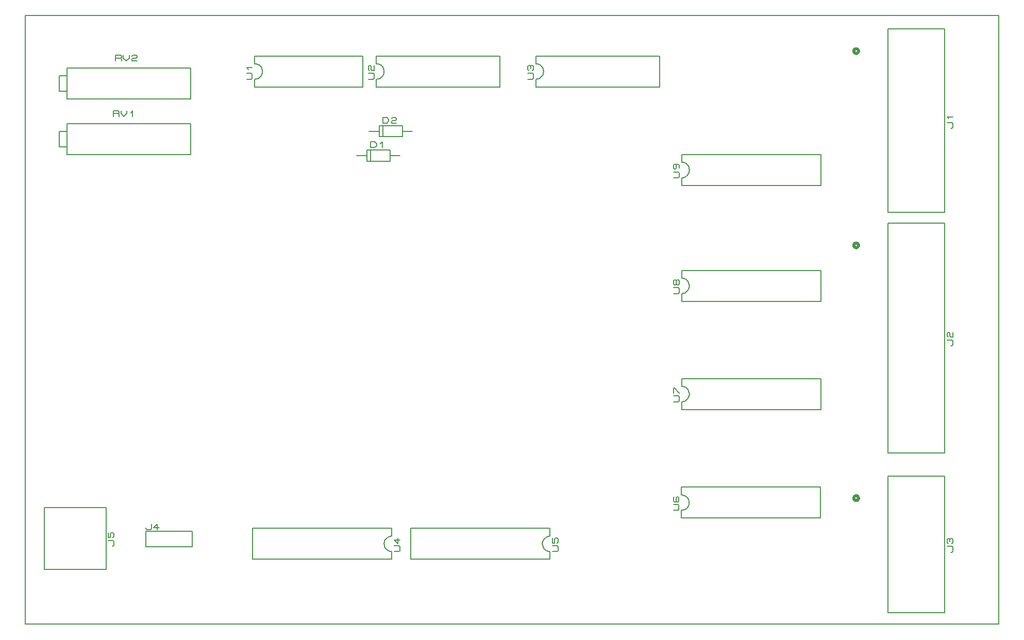
<source format=gbr>
G04 PROTEUS GERBER X2 FILE*
%TF.GenerationSoftware,Labcenter,Proteus,8.13-SP0-Build31525*%
%TF.CreationDate,2024-05-27T21:02:12+00:00*%
%TF.FileFunction,Legend,Top*%
%TF.FilePolarity,Positive*%
%TF.Part,Single*%
%TF.SameCoordinates,{0b308d22-9aa3-4b5f-a824-e55e50807f99}*%
%FSLAX45Y45*%
%MOMM*%
G01*
%TA.AperFunction,Profile*%
%ADD23C,0.203200*%
%TA.AperFunction,Material*%
%ADD25C,0.203200*%
%ADD26C,0.508000*%
%ADD27C,0.152400*%
%TD.AperFunction*%
D23*
X-8000000Y-5000000D02*
X+8000000Y-5000000D01*
X+8000000Y+5000000D01*
X-8000000Y+5000000D01*
X-8000000Y-5000000D01*
D25*
X-1973000Y-3427000D02*
X-1973000Y-3554000D01*
X-2100000Y-3681000D02*
X-2097564Y-3706876D01*
X-2090515Y-3730848D01*
X-2079238Y-3752438D01*
X-2064122Y-3771170D01*
X-2045554Y-3786569D01*
X-2023919Y-3798158D01*
X-1999606Y-3805460D01*
X-1973000Y-3808000D01*
X-2100000Y-3681000D02*
X-2097564Y-3654394D01*
X-2090515Y-3630081D01*
X-2079238Y-3608446D01*
X-2064122Y-3589878D01*
X-2045554Y-3574762D01*
X-2023919Y-3563485D01*
X-1999606Y-3556436D01*
X-1973000Y-3554000D01*
X-1973000Y-3808000D02*
X-1973000Y-3935000D01*
X-4259000Y-3427000D02*
X-4259000Y-3935000D01*
X-1973000Y-3427000D02*
X-4259000Y-3427000D01*
X-4259000Y-3935000D02*
X-1973000Y-3935000D01*
X-1932360Y-3808000D02*
X-1856160Y-3808000D01*
X-1840920Y-3792125D01*
X-1840920Y-3728625D01*
X-1856160Y-3712750D01*
X-1932360Y-3712750D01*
X-1871400Y-3585750D02*
X-1871400Y-3681000D01*
X-1932360Y-3617500D01*
X-1840920Y-3617500D01*
X+627000Y-3427000D02*
X+627000Y-3554000D01*
X+500000Y-3681000D02*
X+502436Y-3706876D01*
X+509485Y-3730848D01*
X+520762Y-3752438D01*
X+535878Y-3771170D01*
X+554446Y-3786569D01*
X+576081Y-3798158D01*
X+600394Y-3805460D01*
X+627000Y-3808000D01*
X+500000Y-3681000D02*
X+502436Y-3654394D01*
X+509485Y-3630081D01*
X+520762Y-3608446D01*
X+535878Y-3589878D01*
X+554446Y-3574762D01*
X+576081Y-3563485D01*
X+600394Y-3556436D01*
X+627000Y-3554000D01*
X+627000Y-3808000D02*
X+627000Y-3935000D01*
X-1659000Y-3427000D02*
X-1659000Y-3935000D01*
X+627000Y-3427000D02*
X-1659000Y-3427000D01*
X-1659000Y-3935000D02*
X+627000Y-3935000D01*
X+667640Y-3808000D02*
X+743840Y-3808000D01*
X+759080Y-3792125D01*
X+759080Y-3728625D01*
X+743840Y-3712750D01*
X+667640Y-3712750D01*
X+667640Y-3585750D02*
X+667640Y-3665125D01*
X+698120Y-3665125D01*
X+698120Y-3601625D01*
X+713360Y-3585750D01*
X+743840Y-3585750D01*
X+759080Y-3601625D01*
X+759080Y-3649250D01*
X+743840Y-3665125D01*
D26*
X+5693600Y-2930000D02*
X+5693469Y-2926842D01*
X+5692403Y-2920524D01*
X+5690172Y-2914206D01*
X+5686527Y-2907888D01*
X+5680952Y-2901649D01*
X+5674634Y-2897053D01*
X+5668316Y-2894120D01*
X+5661998Y-2892458D01*
X+5655680Y-2891900D01*
X+5655500Y-2891900D01*
X+5617400Y-2930000D02*
X+5617531Y-2926842D01*
X+5618597Y-2920524D01*
X+5620828Y-2914206D01*
X+5624473Y-2907888D01*
X+5630048Y-2901649D01*
X+5636366Y-2897053D01*
X+5642684Y-2894120D01*
X+5649002Y-2892458D01*
X+5655320Y-2891900D01*
X+5655500Y-2891900D01*
X+5617400Y-2930000D02*
X+5617531Y-2933158D01*
X+5618597Y-2939476D01*
X+5620828Y-2945794D01*
X+5624473Y-2952112D01*
X+5630048Y-2958351D01*
X+5636366Y-2962947D01*
X+5642684Y-2965880D01*
X+5649002Y-2967542D01*
X+5655320Y-2968100D01*
X+5655500Y-2968100D01*
X+5693600Y-2930000D02*
X+5693469Y-2933158D01*
X+5692403Y-2939476D01*
X+5690172Y-2945794D01*
X+5686527Y-2952112D01*
X+5680952Y-2958351D01*
X+5674634Y-2962947D01*
X+5668316Y-2965880D01*
X+5661998Y-2967542D01*
X+5655680Y-2968100D01*
X+5655500Y-2968100D01*
D27*
X+6178740Y-2569320D02*
X+6178740Y-4814680D01*
X+7110920Y-4814680D01*
X+7110920Y-2569320D01*
X+6178740Y-2569320D01*
D25*
X+7209980Y-3819000D02*
X+7225220Y-3819000D01*
X+7240460Y-3803125D01*
X+7240460Y-3739625D01*
X+7225220Y-3723750D01*
X+7149020Y-3723750D01*
X+7164260Y-3676125D02*
X+7149020Y-3660250D01*
X+7149020Y-3612625D01*
X+7164260Y-3596750D01*
X+7179500Y-3596750D01*
X+7194740Y-3612625D01*
X+7209980Y-3596750D01*
X+7225220Y-3596750D01*
X+7240460Y-3612625D01*
X+7240460Y-3660250D01*
X+7225220Y-3676125D01*
X+7194740Y-3644375D02*
X+7194740Y-3612625D01*
D26*
X+5693600Y+1224000D02*
X+5693469Y+1227158D01*
X+5692403Y+1233476D01*
X+5690172Y+1239794D01*
X+5686527Y+1246112D01*
X+5680952Y+1252351D01*
X+5674634Y+1256947D01*
X+5668316Y+1259880D01*
X+5661998Y+1261542D01*
X+5655680Y+1262100D01*
X+5655500Y+1262100D01*
X+5617400Y+1224000D02*
X+5617531Y+1227158D01*
X+5618597Y+1233476D01*
X+5620828Y+1239794D01*
X+5624473Y+1246112D01*
X+5630048Y+1252351D01*
X+5636366Y+1256947D01*
X+5642684Y+1259880D01*
X+5649002Y+1261542D01*
X+5655320Y+1262100D01*
X+5655500Y+1262100D01*
X+5617400Y+1224000D02*
X+5617531Y+1220842D01*
X+5618597Y+1214524D01*
X+5620828Y+1208206D01*
X+5624473Y+1201888D01*
X+5630048Y+1195649D01*
X+5636366Y+1191053D01*
X+5642684Y+1188120D01*
X+5649002Y+1186458D01*
X+5655320Y+1185900D01*
X+5655500Y+1185900D01*
X+5693600Y+1224000D02*
X+5693469Y+1220842D01*
X+5692403Y+1214524D01*
X+5690172Y+1208206D01*
X+5686527Y+1201888D01*
X+5680952Y+1195649D01*
X+5674634Y+1191053D01*
X+5668316Y+1188120D01*
X+5661998Y+1186458D01*
X+5655680Y+1185900D01*
X+5655500Y+1185900D01*
D27*
X+6178740Y+1584680D02*
X+6178740Y-2184680D01*
X+7110920Y-2184680D01*
X+7110920Y+1584680D01*
X+6178740Y+1584680D01*
D25*
X+7209980Y-427000D02*
X+7225220Y-427000D01*
X+7240460Y-411125D01*
X+7240460Y-347625D01*
X+7225220Y-331750D01*
X+7149020Y-331750D01*
X+7164260Y-284125D02*
X+7149020Y-268250D01*
X+7149020Y-220625D01*
X+7164260Y-204750D01*
X+7179500Y-204750D01*
X+7194740Y-220625D01*
X+7194740Y-268250D01*
X+7209980Y-284125D01*
X+7240460Y-284125D01*
X+7240460Y-204750D01*
D26*
X+5693600Y+4416000D02*
X+5693469Y+4419158D01*
X+5692403Y+4425476D01*
X+5690172Y+4431794D01*
X+5686527Y+4438112D01*
X+5680952Y+4444351D01*
X+5674634Y+4448947D01*
X+5668316Y+4451880D01*
X+5661998Y+4453542D01*
X+5655680Y+4454100D01*
X+5655500Y+4454100D01*
X+5617400Y+4416000D02*
X+5617531Y+4419158D01*
X+5618597Y+4425476D01*
X+5620828Y+4431794D01*
X+5624473Y+4438112D01*
X+5630048Y+4444351D01*
X+5636366Y+4448947D01*
X+5642684Y+4451880D01*
X+5649002Y+4453542D01*
X+5655320Y+4454100D01*
X+5655500Y+4454100D01*
X+5617400Y+4416000D02*
X+5617531Y+4412842D01*
X+5618597Y+4406524D01*
X+5620828Y+4400206D01*
X+5624473Y+4393888D01*
X+5630048Y+4387649D01*
X+5636366Y+4383053D01*
X+5642684Y+4380120D01*
X+5649002Y+4378458D01*
X+5655320Y+4377900D01*
X+5655500Y+4377900D01*
X+5693600Y+4416000D02*
X+5693469Y+4412842D01*
X+5692403Y+4406524D01*
X+5690172Y+4400206D01*
X+5686527Y+4393888D01*
X+5680952Y+4387649D01*
X+5674634Y+4383053D01*
X+5668316Y+4380120D01*
X+5661998Y+4378458D01*
X+5655680Y+4377900D01*
X+5655500Y+4377900D01*
D27*
X+6178740Y+4776680D02*
X+6178740Y+1769320D01*
X+7110920Y+1769320D01*
X+7110920Y+4776680D01*
X+6178740Y+4776680D01*
D25*
X+7209980Y+3146000D02*
X+7225220Y+3146000D01*
X+7240460Y+3161875D01*
X+7240460Y+3225375D01*
X+7225220Y+3241250D01*
X+7149020Y+3241250D01*
X+7179500Y+3304750D02*
X+7149020Y+3336500D01*
X+7240460Y+3336500D01*
X-2382500Y+2608560D02*
X-2001500Y+2608560D01*
X-2001500Y+2791440D01*
X-2382500Y+2791440D01*
X-2382500Y+2608560D01*
X-2319000Y+2788900D02*
X-2319000Y+2611100D01*
X-2001500Y+2700000D02*
X-1836400Y+2700000D01*
X-2382500Y+2700000D02*
X-2547600Y+2700000D01*
X-2319000Y+2832080D02*
X-2319000Y+2923520D01*
X-2255500Y+2923520D01*
X-2223750Y+2893040D01*
X-2223750Y+2862560D01*
X-2255500Y+2832080D01*
X-2319000Y+2832080D01*
X-2160250Y+2893040D02*
X-2128500Y+2923520D01*
X-2128500Y+2832080D01*
X-2182500Y+3008560D02*
X-1801500Y+3008560D01*
X-1801500Y+3191440D01*
X-2182500Y+3191440D01*
X-2182500Y+3008560D01*
X-2119000Y+3188900D02*
X-2119000Y+3011100D01*
X-1801500Y+3100000D02*
X-1636400Y+3100000D01*
X-2182500Y+3100000D02*
X-2347600Y+3100000D01*
X-2119000Y+3232080D02*
X-2119000Y+3323520D01*
X-2055500Y+3323520D01*
X-2023750Y+3293040D01*
X-2023750Y+3262560D01*
X-2055500Y+3232080D01*
X-2119000Y+3232080D01*
X-1976125Y+3308280D02*
X-1960250Y+3323520D01*
X-1912625Y+3323520D01*
X-1896750Y+3308280D01*
X-1896750Y+3293040D01*
X-1912625Y+3277800D01*
X-1960250Y+3277800D01*
X-1976125Y+3262560D01*
X-1976125Y+3232080D01*
X-1896750Y+3232080D01*
X-4227000Y+4208000D02*
X-4227000Y+4335000D01*
X-4227000Y+3827000D02*
X-4227000Y+3954000D01*
X-4100000Y+4081000D02*
X-4102436Y+4106876D01*
X-4109485Y+4130848D01*
X-4120762Y+4152438D01*
X-4135878Y+4171170D01*
X-4154446Y+4186569D01*
X-4176081Y+4198158D01*
X-4200394Y+4205460D01*
X-4227000Y+4208000D01*
X-4100000Y+4081000D02*
X-4102436Y+4054394D01*
X-4109485Y+4030081D01*
X-4120762Y+4008446D01*
X-4135878Y+3989878D01*
X-4154446Y+3974762D01*
X-4176081Y+3963485D01*
X-4200394Y+3956436D01*
X-4227000Y+3954000D01*
X-4227000Y+3827000D02*
X-2449000Y+3827000D01*
X-2449000Y+4335000D01*
X-4227000Y+4335000D01*
X-4359080Y+3954000D02*
X-4282880Y+3954000D01*
X-4267640Y+3969875D01*
X-4267640Y+4033375D01*
X-4282880Y+4049250D01*
X-4359080Y+4049250D01*
X-4328600Y+4112750D02*
X-4359080Y+4144500D01*
X-4267640Y+4144500D01*
X-7311200Y+2719000D02*
X-5279200Y+2719000D01*
X-5279200Y+3227000D01*
X-7311200Y+3227000D01*
X-7311200Y+2719000D01*
X-7438200Y+2846000D02*
X-7311200Y+2846000D01*
X-7311200Y+3100000D01*
X-7438200Y+3100000D01*
X-7438200Y+2846000D01*
X-6549200Y+3343840D02*
X-6549200Y+3435280D01*
X-6469825Y+3435280D01*
X-6453950Y+3420040D01*
X-6453950Y+3404800D01*
X-6469825Y+3389560D01*
X-6549200Y+3389560D01*
X-6469825Y+3389560D02*
X-6453950Y+3374320D01*
X-6453950Y+3343840D01*
X-6422200Y+3435280D02*
X-6422200Y+3389560D01*
X-6374575Y+3343840D01*
X-6326950Y+3389560D01*
X-6326950Y+3435280D01*
X-6263450Y+3404800D02*
X-6231700Y+3435280D01*
X-6231700Y+3343840D01*
X-7311200Y+3631700D02*
X-5279200Y+3631700D01*
X-5279200Y+4139700D01*
X-7311200Y+4139700D01*
X-7311200Y+3631700D01*
X-7438200Y+3758700D02*
X-7311200Y+3758700D01*
X-7311200Y+4012700D01*
X-7438200Y+4012700D01*
X-7438200Y+3758700D01*
X-6511100Y+4256540D02*
X-6511100Y+4347980D01*
X-6431725Y+4347980D01*
X-6415850Y+4332740D01*
X-6415850Y+4317500D01*
X-6431725Y+4302260D01*
X-6511100Y+4302260D01*
X-6431725Y+4302260D02*
X-6415850Y+4287020D01*
X-6415850Y+4256540D01*
X-6384100Y+4347980D02*
X-6384100Y+4302260D01*
X-6336475Y+4256540D01*
X-6288850Y+4302260D01*
X-6288850Y+4347980D01*
X-6241225Y+4332740D02*
X-6225350Y+4347980D01*
X-6177725Y+4347980D01*
X-6161850Y+4332740D01*
X-6161850Y+4317500D01*
X-6177725Y+4302260D01*
X-6225350Y+4302260D01*
X-6241225Y+4287020D01*
X-6241225Y+4256540D01*
X-6161850Y+4256540D01*
X+392100Y+3827000D02*
X+392100Y+3954000D01*
X+519100Y+4081000D02*
X+516664Y+4106876D01*
X+509615Y+4130848D01*
X+498338Y+4152438D01*
X+483222Y+4171170D01*
X+464654Y+4186569D01*
X+443019Y+4198158D01*
X+418706Y+4205460D01*
X+392100Y+4208000D01*
X+519100Y+4081000D02*
X+516664Y+4054394D01*
X+509615Y+4030081D01*
X+498338Y+4008446D01*
X+483222Y+3989878D01*
X+464654Y+3974762D01*
X+443019Y+3963485D01*
X+418706Y+3956436D01*
X+392100Y+3954000D01*
X+392100Y+4208000D02*
X+392100Y+4335000D01*
X+2424100Y+3827000D02*
X+2424100Y+4335000D01*
X+392100Y+3827000D02*
X+2424100Y+3827000D01*
X+2424100Y+4335000D02*
X+392100Y+4335000D01*
X+260020Y+3954000D02*
X+336220Y+3954000D01*
X+351460Y+3969875D01*
X+351460Y+4033375D01*
X+336220Y+4049250D01*
X+260020Y+4049250D01*
X+275260Y+4096875D02*
X+260020Y+4112750D01*
X+260020Y+4160375D01*
X+275260Y+4176250D01*
X+290500Y+4176250D01*
X+305740Y+4160375D01*
X+320980Y+4176250D01*
X+336220Y+4176250D01*
X+351460Y+4160375D01*
X+351460Y+4112750D01*
X+336220Y+4096875D01*
X+305740Y+4128625D02*
X+305740Y+4160375D01*
X+2784300Y-3257950D02*
X+2784300Y-3130950D01*
X+2911300Y-3003950D02*
X+2908864Y-2978074D01*
X+2901815Y-2954102D01*
X+2890538Y-2932512D01*
X+2875422Y-2913780D01*
X+2856854Y-2898381D01*
X+2835219Y-2886792D01*
X+2810906Y-2879490D01*
X+2784300Y-2876950D01*
X+2911300Y-3003950D02*
X+2908864Y-3030556D01*
X+2901815Y-3054869D01*
X+2890538Y-3076504D01*
X+2875422Y-3095072D01*
X+2856854Y-3110188D01*
X+2835219Y-3121465D01*
X+2810906Y-3128514D01*
X+2784300Y-3130950D01*
X+2784300Y-2876950D02*
X+2784300Y-2749950D01*
X+5070300Y-3257950D02*
X+5070300Y-2749950D01*
X+2784300Y-3257950D02*
X+5070300Y-3257950D01*
X+5070300Y-2749950D02*
X+2784300Y-2749950D01*
X+2652220Y-3130950D02*
X+2728420Y-3130950D01*
X+2743660Y-3115075D01*
X+2743660Y-3051575D01*
X+2728420Y-3035700D01*
X+2652220Y-3035700D01*
X+2667460Y-2908700D02*
X+2652220Y-2924575D01*
X+2652220Y-2972200D01*
X+2667460Y-2988075D01*
X+2728420Y-2988075D01*
X+2743660Y-2972200D01*
X+2743660Y-2924575D01*
X+2728420Y-2908700D01*
X+2713180Y-2908700D01*
X+2697940Y-2924575D01*
X+2697940Y-2988075D01*
X+2787300Y-1473000D02*
X+2787300Y-1346000D01*
X+2914300Y-1219000D02*
X+2911864Y-1193124D01*
X+2904815Y-1169152D01*
X+2893538Y-1147562D01*
X+2878422Y-1128830D01*
X+2859854Y-1113431D01*
X+2838219Y-1101842D01*
X+2813906Y-1094540D01*
X+2787300Y-1092000D01*
X+2914300Y-1219000D02*
X+2911864Y-1245606D01*
X+2904815Y-1269919D01*
X+2893538Y-1291554D01*
X+2878422Y-1310122D01*
X+2859854Y-1325238D01*
X+2838219Y-1336515D01*
X+2813906Y-1343564D01*
X+2787300Y-1346000D01*
X+2787300Y-1092000D02*
X+2787300Y-965000D01*
X+5073300Y-1473000D02*
X+5073300Y-965000D01*
X+2787300Y-1473000D02*
X+5073300Y-1473000D01*
X+5073300Y-965000D02*
X+2787300Y-965000D01*
X+2655220Y-1346000D02*
X+2731420Y-1346000D01*
X+2746660Y-1330125D01*
X+2746660Y-1266625D01*
X+2731420Y-1250750D01*
X+2655220Y-1250750D01*
X+2655220Y-1203125D02*
X+2655220Y-1123750D01*
X+2670460Y-1123750D01*
X+2746660Y-1203125D01*
X+2787300Y+304800D02*
X+2787300Y+431800D01*
X+2914300Y+558800D02*
X+2911864Y+584676D01*
X+2904815Y+608648D01*
X+2893538Y+630238D01*
X+2878422Y+648970D01*
X+2859854Y+664369D01*
X+2838219Y+675958D01*
X+2813906Y+683260D01*
X+2787300Y+685800D01*
X+2914300Y+558800D02*
X+2911864Y+532194D01*
X+2904815Y+507881D01*
X+2893538Y+486246D01*
X+2878422Y+467678D01*
X+2859854Y+452562D01*
X+2838219Y+441285D01*
X+2813906Y+434236D01*
X+2787300Y+431800D01*
X+2787300Y+685800D02*
X+2787300Y+812800D01*
X+5073300Y+304800D02*
X+5073300Y+812800D01*
X+2787300Y+304800D02*
X+5073300Y+304800D01*
X+5073300Y+812800D02*
X+2787300Y+812800D01*
X+2655220Y+431800D02*
X+2731420Y+431800D01*
X+2746660Y+447675D01*
X+2746660Y+511175D01*
X+2731420Y+527050D01*
X+2655220Y+527050D01*
X+2700940Y+590550D02*
X+2685700Y+574675D01*
X+2670460Y+574675D01*
X+2655220Y+590550D01*
X+2655220Y+638175D01*
X+2670460Y+654050D01*
X+2685700Y+654050D01*
X+2700940Y+638175D01*
X+2700940Y+590550D01*
X+2716180Y+574675D01*
X+2731420Y+574675D01*
X+2746660Y+590550D01*
X+2746660Y+638175D01*
X+2731420Y+654050D01*
X+2716180Y+654050D01*
X+2700940Y+638175D01*
X+2788100Y+2208000D02*
X+2788100Y+2335000D01*
X+2915100Y+2462000D02*
X+2912664Y+2487876D01*
X+2905615Y+2511848D01*
X+2894338Y+2533438D01*
X+2879222Y+2552170D01*
X+2860654Y+2567569D01*
X+2839019Y+2579158D01*
X+2814706Y+2586460D01*
X+2788100Y+2589000D01*
X+2915100Y+2462000D02*
X+2912664Y+2435394D01*
X+2905615Y+2411081D01*
X+2894338Y+2389446D01*
X+2879222Y+2370878D01*
X+2860654Y+2355762D01*
X+2839019Y+2344485D01*
X+2814706Y+2337436D01*
X+2788100Y+2335000D01*
X+2788100Y+2589000D02*
X+2788100Y+2716000D01*
X+5074100Y+2208000D02*
X+5074100Y+2716000D01*
X+2788100Y+2208000D02*
X+5074100Y+2208000D01*
X+5074100Y+2716000D02*
X+2788100Y+2716000D01*
X+2656020Y+2335000D02*
X+2732220Y+2335000D01*
X+2747460Y+2350875D01*
X+2747460Y+2414375D01*
X+2732220Y+2430250D01*
X+2656020Y+2430250D01*
X+2686500Y+2557250D02*
X+2701740Y+2541375D01*
X+2701740Y+2493750D01*
X+2686500Y+2477875D01*
X+2671260Y+2477875D01*
X+2656020Y+2493750D01*
X+2656020Y+2541375D01*
X+2671260Y+2557250D01*
X+2732220Y+2557250D01*
X+2747460Y+2541375D01*
X+2747460Y+2493750D01*
X-6014680Y-3730160D02*
X-5252680Y-3730160D01*
X-5252680Y-3476160D01*
X-6014680Y-3476160D01*
X-6014680Y-3730160D01*
X-6014680Y-3415200D02*
X-6014680Y-3430440D01*
X-5998805Y-3445680D01*
X-5935305Y-3445680D01*
X-5919430Y-3430440D01*
X-5919430Y-3354240D01*
X-5792430Y-3415200D02*
X-5887680Y-3415200D01*
X-5824180Y-3354240D01*
X-5824180Y-3445680D01*
X-2227000Y+3827000D02*
X-2227000Y+3954000D01*
X-2100000Y+4081000D02*
X-2102436Y+4106876D01*
X-2109485Y+4130848D01*
X-2120762Y+4152438D01*
X-2135878Y+4171170D01*
X-2154446Y+4186569D01*
X-2176081Y+4198158D01*
X-2200394Y+4205460D01*
X-2227000Y+4208000D01*
X-2100000Y+4081000D02*
X-2102436Y+4054394D01*
X-2109485Y+4030081D01*
X-2120762Y+4008446D01*
X-2135878Y+3989878D01*
X-2154446Y+3974762D01*
X-2176081Y+3963485D01*
X-2200394Y+3956436D01*
X-2227000Y+3954000D01*
X-2227000Y+4208000D02*
X-2227000Y+4335000D01*
X-195000Y+3827000D02*
X-195000Y+4335000D01*
X-2227000Y+3827000D02*
X-195000Y+3827000D01*
X-195000Y+4335000D02*
X-2227000Y+4335000D01*
X-2359080Y+3954000D02*
X-2282880Y+3954000D01*
X-2267640Y+3969875D01*
X-2267640Y+4033375D01*
X-2282880Y+4049250D01*
X-2359080Y+4049250D01*
X-2343840Y+4096875D02*
X-2359080Y+4112750D01*
X-2359080Y+4160375D01*
X-2343840Y+4176250D01*
X-2328600Y+4176250D01*
X-2313360Y+4160375D01*
X-2313360Y+4112750D01*
X-2298120Y+4096875D01*
X-2267640Y+4096875D01*
X-2267640Y+4176250D01*
D23*
X-8000000Y-5000000D02*
X+8000000Y-5000000D01*
X+8000000Y+5000000D01*
X-8000000Y+5000000D01*
X-8000000Y-5000000D01*
D25*
X-6670040Y-3083560D02*
X-7686040Y-3083560D01*
X-6670040Y-4099560D02*
X-7686040Y-4099560D01*
X-7686040Y-3083560D02*
X-7686040Y-4099560D01*
X-6670040Y-3083560D02*
X-6670040Y-4099560D01*
X-6568440Y-3718560D02*
X-6553200Y-3718560D01*
X-6537960Y-3702685D01*
X-6537960Y-3639185D01*
X-6553200Y-3623310D01*
X-6629400Y-3623310D01*
X-6629400Y-3496310D02*
X-6629400Y-3575685D01*
X-6598920Y-3575685D01*
X-6598920Y-3512185D01*
X-6583680Y-3496310D01*
X-6553200Y-3496310D01*
X-6537960Y-3512185D01*
X-6537960Y-3559810D01*
X-6553200Y-3575685D01*
M02*

</source>
